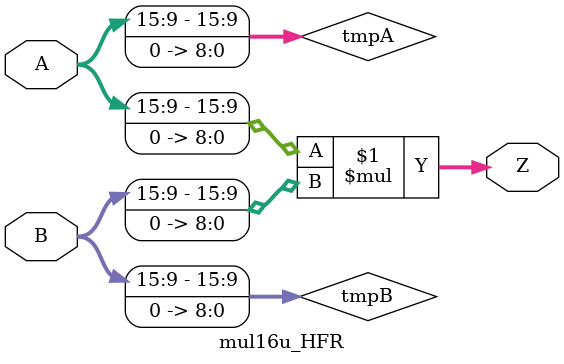
<source format=v>
/***
* This code is a part of EvoApproxLib library (ehw.fit.vutbr.cz/approxlib) distributed under The MIT License.
* When used, please cite the following article(s): PRABAKARAN B. S., MRAZEK V., VASICEK Z., SEKANINA L., SHAFIQUE M. ApproxFPGAs: Embracing ASIC-based Approximate Arithmetic Components for FPGA-Based Systems. DAC 2020. 
***/
// MAE% = 0.39 %
// MAE = 16678912 
// WCE% = 1.55 %
// WCE = 66715649 
// WCRE% = 100.00 %
// EP% = 100.00 %
// MRE% = 5.15 %
// MSE = 38746.053e10 
// FPGA_POWER = 0.69
// FPGA_DELAY = 10
// FPGA_LUT = 47



module mul16u_HFR(
	A, 
	B,
	Z
);

input [16-1:0] A;
input [16-1:0] B;
output [2*16-1:0] Z;

wire [16-1:0] tmpA;
wire [16-1:0] tmpB;
assign tmpA = {A[16-1:9],{9{1'b0}}};
assign tmpB = {B[16-1:9],{9{1'b0}}};
assign Z = tmpA * tmpB;
endmodule


</source>
